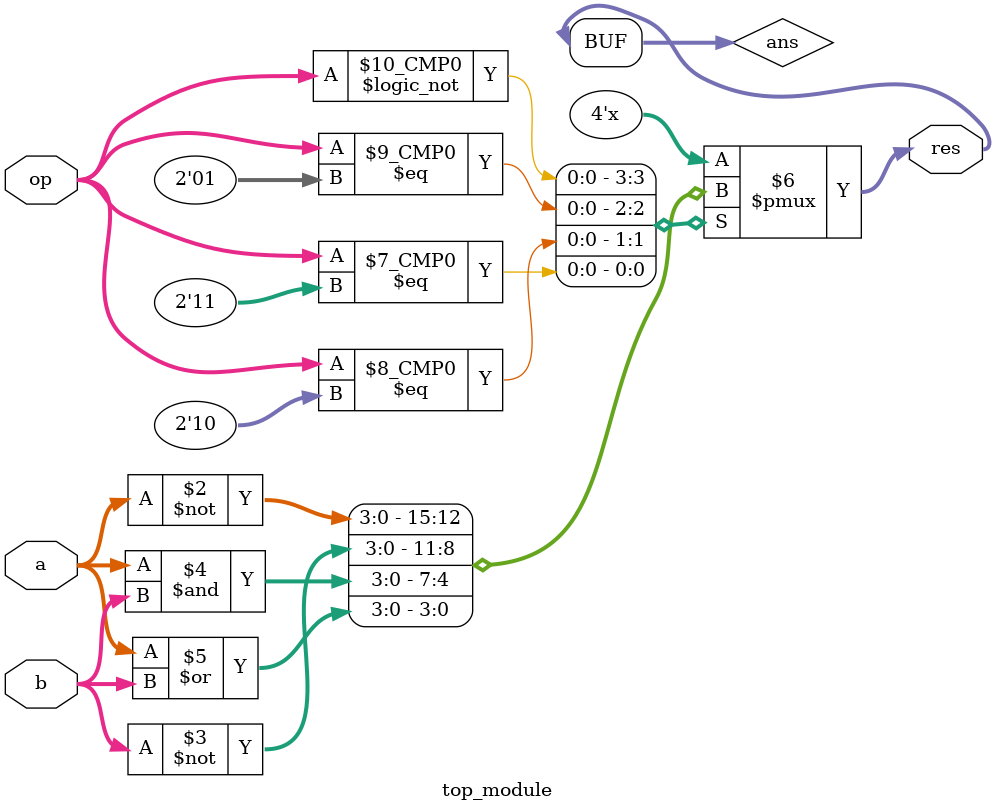
<source format=v>
module top_module (
    op,
    a,
    b,
    res
);

input [1:0] op;
input [3:0] a;
input [3:0] b;
output [3:0] res;

reg [3:0] ans;

assign res = ans;

always @(*) begin
    case (op)
        2'b00: ans = ~a;
        2'b01: ans = ~b;
        2'b10: ans = a & b;
        2'b11: ans = a | b;
        default: ans = 0;
    endcase
end
    
endmodule
</source>
